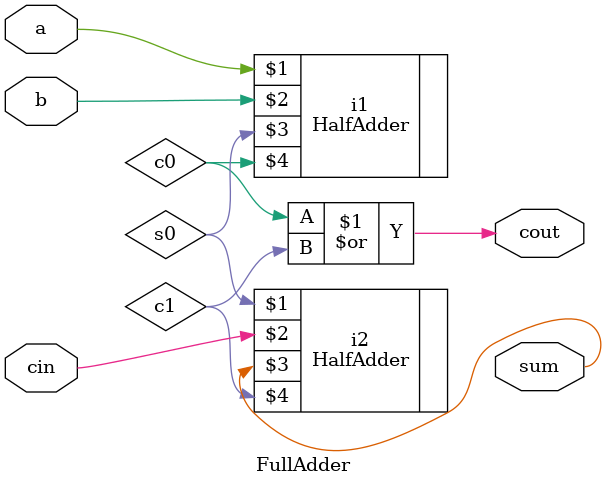
<source format=sv>

module FullAdder
(
    input logic a,   // first input bit
    input logic b,   // second input bit
    input logic cin, // carry in
    output logic sum, // sum output
    output logic cout // carry out
);

    logic c0; // carry from first half adder
    logic c1; // carry from second half adder
    logic s0; // sum from first half adder

    // first half adder: add a and b
    HalfAdder i1(a, b, s0, c0);

    // second half adder: add s0 and cin
    HalfAdder i2(s0, cin, sum, c1);

    // final carry out
    assign cout = c0 | c1;

endmodule

</source>
